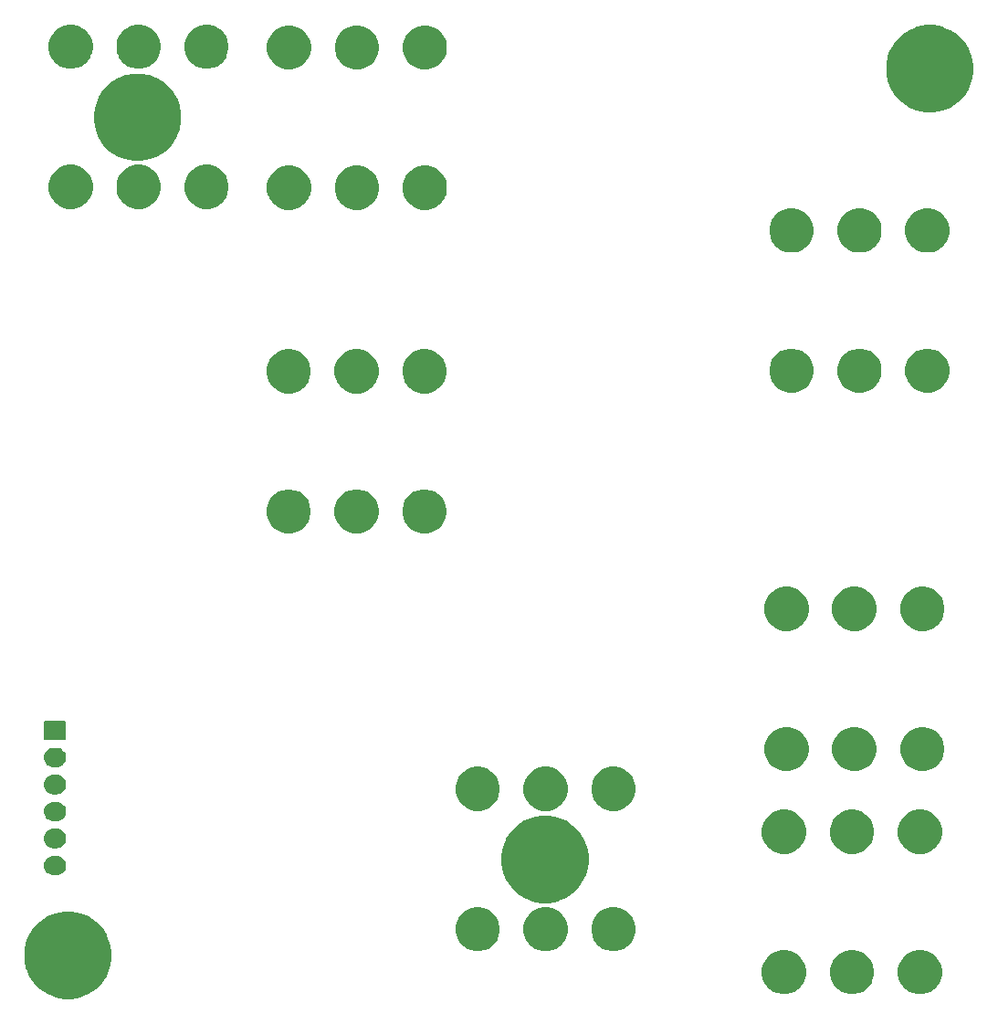
<source format=gbr>
%TF.GenerationSoftware,KiCad,Pcbnew,5.1.4*%
%TF.CreationDate,2019-11-11T17:18:17+01:00*%
%TF.ProjectId,shunt-board,7368756e-742d-4626-9f61-72642e6b6963,rev?*%
%TF.SameCoordinates,Original*%
%TF.FileFunction,Soldermask,Bot*%
%TF.FilePolarity,Negative*%
%FSLAX46Y46*%
G04 Gerber Fmt 4.6, Leading zero omitted, Abs format (unit mm)*
G04 Created by KiCad (PCBNEW 5.1.4) date 2019-11-11 17:18:17*
%MOMM*%
%LPD*%
G04 APERTURE LIST*
%ADD10C,0.100000*%
G04 APERTURE END LIST*
D10*
G36*
X169932032Y-124128717D02*
G01*
X170237405Y-124255207D01*
X170669268Y-124434090D01*
X171332762Y-124877423D01*
X171897017Y-125441678D01*
X172340350Y-126105172D01*
X172388778Y-126222089D01*
X172645723Y-126842408D01*
X172801400Y-127625050D01*
X172801400Y-128423030D01*
X172645723Y-129205672D01*
X172519233Y-129511045D01*
X172340350Y-129942908D01*
X171897017Y-130606402D01*
X171332762Y-131170657D01*
X170669268Y-131613990D01*
X170237405Y-131792873D01*
X169932032Y-131919363D01*
X169149390Y-132075040D01*
X168351410Y-132075040D01*
X167568768Y-131919363D01*
X167263395Y-131792873D01*
X166831532Y-131613990D01*
X166168038Y-131170657D01*
X165603783Y-130606402D01*
X165160450Y-129942908D01*
X164981567Y-129511045D01*
X164855077Y-129205672D01*
X164699400Y-128423030D01*
X164699400Y-127625050D01*
X164855077Y-126842408D01*
X165112022Y-126222089D01*
X165160450Y-126105172D01*
X165603783Y-125441678D01*
X166168038Y-124877423D01*
X166831532Y-124434090D01*
X167263395Y-124255207D01*
X167568768Y-124128717D01*
X168351410Y-123973040D01*
X169149390Y-123973040D01*
X169932032Y-124128717D01*
X169932032Y-124128717D01*
G37*
G36*
X248341254Y-127603318D02*
G01*
X248714511Y-127757926D01*
X248714513Y-127757927D01*
X249050436Y-127982384D01*
X249336116Y-128268064D01*
X249494958Y-128505787D01*
X249560574Y-128603989D01*
X249715182Y-128977246D01*
X249794000Y-129373493D01*
X249794000Y-129777507D01*
X249715182Y-130173754D01*
X249628645Y-130382672D01*
X249560573Y-130547013D01*
X249336116Y-130882936D01*
X249050436Y-131168616D01*
X248714513Y-131393073D01*
X248714512Y-131393074D01*
X248714511Y-131393074D01*
X248341254Y-131547682D01*
X247945007Y-131626500D01*
X247540993Y-131626500D01*
X247144746Y-131547682D01*
X246771489Y-131393074D01*
X246771488Y-131393074D01*
X246771487Y-131393073D01*
X246435564Y-131168616D01*
X246149884Y-130882936D01*
X245925427Y-130547013D01*
X245857355Y-130382672D01*
X245770818Y-130173754D01*
X245692000Y-129777507D01*
X245692000Y-129373493D01*
X245770818Y-128977246D01*
X245925426Y-128603989D01*
X245991043Y-128505787D01*
X246149884Y-128268064D01*
X246435564Y-127982384D01*
X246771487Y-127757927D01*
X246771489Y-127757926D01*
X247144746Y-127603318D01*
X247540993Y-127524500D01*
X247945007Y-127524500D01*
X248341254Y-127603318D01*
X248341254Y-127603318D01*
G37*
G36*
X242041254Y-127603318D02*
G01*
X242414511Y-127757926D01*
X242414513Y-127757927D01*
X242750436Y-127982384D01*
X243036116Y-128268064D01*
X243194958Y-128505787D01*
X243260574Y-128603989D01*
X243415182Y-128977246D01*
X243494000Y-129373493D01*
X243494000Y-129777507D01*
X243415182Y-130173754D01*
X243328645Y-130382672D01*
X243260573Y-130547013D01*
X243036116Y-130882936D01*
X242750436Y-131168616D01*
X242414513Y-131393073D01*
X242414512Y-131393074D01*
X242414511Y-131393074D01*
X242041254Y-131547682D01*
X241645007Y-131626500D01*
X241240993Y-131626500D01*
X240844746Y-131547682D01*
X240471489Y-131393074D01*
X240471488Y-131393074D01*
X240471487Y-131393073D01*
X240135564Y-131168616D01*
X239849884Y-130882936D01*
X239625427Y-130547013D01*
X239557355Y-130382672D01*
X239470818Y-130173754D01*
X239392000Y-129777507D01*
X239392000Y-129373493D01*
X239470818Y-128977246D01*
X239625426Y-128603989D01*
X239691043Y-128505787D01*
X239849884Y-128268064D01*
X240135564Y-127982384D01*
X240471487Y-127757927D01*
X240471489Y-127757926D01*
X240844746Y-127603318D01*
X241240993Y-127524500D01*
X241645007Y-127524500D01*
X242041254Y-127603318D01*
X242041254Y-127603318D01*
G37*
G36*
X235741254Y-127603318D02*
G01*
X236114511Y-127757926D01*
X236114513Y-127757927D01*
X236450436Y-127982384D01*
X236736116Y-128268064D01*
X236894958Y-128505787D01*
X236960574Y-128603989D01*
X237115182Y-128977246D01*
X237194000Y-129373493D01*
X237194000Y-129777507D01*
X237115182Y-130173754D01*
X237028645Y-130382672D01*
X236960573Y-130547013D01*
X236736116Y-130882936D01*
X236450436Y-131168616D01*
X236114513Y-131393073D01*
X236114512Y-131393074D01*
X236114511Y-131393074D01*
X235741254Y-131547682D01*
X235345007Y-131626500D01*
X234940993Y-131626500D01*
X234544746Y-131547682D01*
X234171489Y-131393074D01*
X234171488Y-131393074D01*
X234171487Y-131393073D01*
X233835564Y-131168616D01*
X233549884Y-130882936D01*
X233325427Y-130547013D01*
X233257355Y-130382672D01*
X233170818Y-130173754D01*
X233092000Y-129777507D01*
X233092000Y-129373493D01*
X233170818Y-128977246D01*
X233325426Y-128603989D01*
X233391043Y-128505787D01*
X233549884Y-128268064D01*
X233835564Y-127982384D01*
X234171487Y-127757927D01*
X234171489Y-127757926D01*
X234544746Y-127603318D01*
X234940993Y-127524500D01*
X235345007Y-127524500D01*
X235741254Y-127603318D01*
X235741254Y-127603318D01*
G37*
G36*
X207328054Y-123626018D02*
G01*
X207701311Y-123780626D01*
X207701313Y-123780627D01*
X208037236Y-124005084D01*
X208322916Y-124290764D01*
X208516218Y-124580060D01*
X208547374Y-124626689D01*
X208701982Y-124999946D01*
X208780800Y-125396193D01*
X208780800Y-125800207D01*
X208701982Y-126196454D01*
X208547374Y-126569711D01*
X208547373Y-126569713D01*
X208322916Y-126905636D01*
X208037236Y-127191316D01*
X207701313Y-127415773D01*
X207701312Y-127415774D01*
X207701311Y-127415774D01*
X207328054Y-127570382D01*
X206931807Y-127649200D01*
X206527793Y-127649200D01*
X206131546Y-127570382D01*
X205758289Y-127415774D01*
X205758288Y-127415774D01*
X205758287Y-127415773D01*
X205422364Y-127191316D01*
X205136684Y-126905636D01*
X204912227Y-126569713D01*
X204912226Y-126569711D01*
X204757618Y-126196454D01*
X204678800Y-125800207D01*
X204678800Y-125396193D01*
X204757618Y-124999946D01*
X204912226Y-124626689D01*
X204943383Y-124580060D01*
X205136684Y-124290764D01*
X205422364Y-124005084D01*
X205758287Y-123780627D01*
X205758289Y-123780626D01*
X206131546Y-123626018D01*
X206527793Y-123547200D01*
X206931807Y-123547200D01*
X207328054Y-123626018D01*
X207328054Y-123626018D01*
G37*
G36*
X213628054Y-123626018D02*
G01*
X214001311Y-123780626D01*
X214001313Y-123780627D01*
X214337236Y-124005084D01*
X214622916Y-124290764D01*
X214816218Y-124580060D01*
X214847374Y-124626689D01*
X215001982Y-124999946D01*
X215080800Y-125396193D01*
X215080800Y-125800207D01*
X215001982Y-126196454D01*
X214847374Y-126569711D01*
X214847373Y-126569713D01*
X214622916Y-126905636D01*
X214337236Y-127191316D01*
X214001313Y-127415773D01*
X214001312Y-127415774D01*
X214001311Y-127415774D01*
X213628054Y-127570382D01*
X213231807Y-127649200D01*
X212827793Y-127649200D01*
X212431546Y-127570382D01*
X212058289Y-127415774D01*
X212058288Y-127415774D01*
X212058287Y-127415773D01*
X211722364Y-127191316D01*
X211436684Y-126905636D01*
X211212227Y-126569713D01*
X211212226Y-126569711D01*
X211057618Y-126196454D01*
X210978800Y-125800207D01*
X210978800Y-125396193D01*
X211057618Y-124999946D01*
X211212226Y-124626689D01*
X211243383Y-124580060D01*
X211436684Y-124290764D01*
X211722364Y-124005084D01*
X212058287Y-123780627D01*
X212058289Y-123780626D01*
X212431546Y-123626018D01*
X212827793Y-123547200D01*
X213231807Y-123547200D01*
X213628054Y-123626018D01*
X213628054Y-123626018D01*
G37*
G36*
X219928054Y-123626018D02*
G01*
X220301311Y-123780626D01*
X220301313Y-123780627D01*
X220637236Y-124005084D01*
X220922916Y-124290764D01*
X221116218Y-124580060D01*
X221147374Y-124626689D01*
X221301982Y-124999946D01*
X221380800Y-125396193D01*
X221380800Y-125800207D01*
X221301982Y-126196454D01*
X221147374Y-126569711D01*
X221147373Y-126569713D01*
X220922916Y-126905636D01*
X220637236Y-127191316D01*
X220301313Y-127415773D01*
X220301312Y-127415774D01*
X220301311Y-127415774D01*
X219928054Y-127570382D01*
X219531807Y-127649200D01*
X219127793Y-127649200D01*
X218731546Y-127570382D01*
X218358289Y-127415774D01*
X218358288Y-127415774D01*
X218358287Y-127415773D01*
X218022364Y-127191316D01*
X217736684Y-126905636D01*
X217512227Y-126569713D01*
X217512226Y-126569711D01*
X217357618Y-126196454D01*
X217278800Y-125800207D01*
X217278800Y-125396193D01*
X217357618Y-124999946D01*
X217512226Y-124626689D01*
X217543383Y-124580060D01*
X217736684Y-124290764D01*
X218022364Y-124005084D01*
X218358287Y-123780627D01*
X218358289Y-123780626D01*
X218731546Y-123626018D01*
X219127793Y-123547200D01*
X219531807Y-123547200D01*
X219928054Y-123626018D01*
X219928054Y-123626018D01*
G37*
G36*
X214160632Y-115230677D02*
G01*
X214408301Y-115333265D01*
X214897868Y-115536050D01*
X215561362Y-115979383D01*
X216125617Y-116543638D01*
X216568950Y-117207132D01*
X216646283Y-117393832D01*
X216874323Y-117944368D01*
X217030000Y-118727010D01*
X217030000Y-119524990D01*
X216874323Y-120307632D01*
X216761072Y-120581043D01*
X216568950Y-121044868D01*
X216125617Y-121708362D01*
X215561362Y-122272617D01*
X214897868Y-122715950D01*
X214466005Y-122894833D01*
X214160632Y-123021323D01*
X213377990Y-123177000D01*
X212580010Y-123177000D01*
X211797368Y-123021323D01*
X211491995Y-122894833D01*
X211060132Y-122715950D01*
X210396638Y-122272617D01*
X209832383Y-121708362D01*
X209389050Y-121044868D01*
X209196928Y-120581043D01*
X209083677Y-120307632D01*
X208928000Y-119524990D01*
X208928000Y-118727010D01*
X209083677Y-117944368D01*
X209311717Y-117393832D01*
X209389050Y-117207132D01*
X209832383Y-116543638D01*
X210396638Y-115979383D01*
X211060132Y-115536050D01*
X211549699Y-115333265D01*
X211797368Y-115230677D01*
X212580010Y-115075000D01*
X213377990Y-115075000D01*
X214160632Y-115230677D01*
X214160632Y-115230677D01*
G37*
G36*
X167773843Y-118798599D02*
G01*
X167840027Y-118805117D01*
X168009866Y-118856637D01*
X168166391Y-118940302D01*
X168202129Y-118969632D01*
X168303586Y-119052894D01*
X168386848Y-119154351D01*
X168416178Y-119190089D01*
X168499843Y-119346614D01*
X168551363Y-119516453D01*
X168568759Y-119693080D01*
X168551363Y-119869707D01*
X168499843Y-120039546D01*
X168416178Y-120196071D01*
X168386848Y-120231809D01*
X168303586Y-120333266D01*
X168202129Y-120416528D01*
X168166391Y-120445858D01*
X168009866Y-120529523D01*
X167840027Y-120581043D01*
X167773843Y-120587561D01*
X167707660Y-120594080D01*
X167369140Y-120594080D01*
X167302957Y-120587561D01*
X167236773Y-120581043D01*
X167066934Y-120529523D01*
X166910409Y-120445858D01*
X166874671Y-120416528D01*
X166773214Y-120333266D01*
X166689952Y-120231809D01*
X166660622Y-120196071D01*
X166576957Y-120039546D01*
X166525437Y-119869707D01*
X166508041Y-119693080D01*
X166525437Y-119516453D01*
X166576957Y-119346614D01*
X166660622Y-119190089D01*
X166689952Y-119154351D01*
X166773214Y-119052894D01*
X166874671Y-118969632D01*
X166910409Y-118940302D01*
X167066934Y-118856637D01*
X167236773Y-118805117D01*
X167302957Y-118798599D01*
X167369140Y-118792080D01*
X167707660Y-118792080D01*
X167773843Y-118798599D01*
X167773843Y-118798599D01*
G37*
G36*
X248341254Y-114603318D02*
G01*
X248714511Y-114757926D01*
X248714513Y-114757927D01*
X249050436Y-114982384D01*
X249336116Y-115268064D01*
X249510818Y-115529523D01*
X249560574Y-115603989D01*
X249715182Y-115977246D01*
X249794000Y-116373493D01*
X249794000Y-116777507D01*
X249715182Y-117173754D01*
X249577694Y-117505680D01*
X249560573Y-117547013D01*
X249336116Y-117882936D01*
X249050436Y-118168616D01*
X248714513Y-118393073D01*
X248714512Y-118393074D01*
X248714511Y-118393074D01*
X248341254Y-118547682D01*
X247945007Y-118626500D01*
X247540993Y-118626500D01*
X247144746Y-118547682D01*
X246771489Y-118393074D01*
X246771488Y-118393074D01*
X246771487Y-118393073D01*
X246435564Y-118168616D01*
X246149884Y-117882936D01*
X245925427Y-117547013D01*
X245908306Y-117505680D01*
X245770818Y-117173754D01*
X245692000Y-116777507D01*
X245692000Y-116373493D01*
X245770818Y-115977246D01*
X245925426Y-115603989D01*
X245975183Y-115529523D01*
X246149884Y-115268064D01*
X246435564Y-114982384D01*
X246771487Y-114757927D01*
X246771489Y-114757926D01*
X247144746Y-114603318D01*
X247540993Y-114524500D01*
X247945007Y-114524500D01*
X248341254Y-114603318D01*
X248341254Y-114603318D01*
G37*
G36*
X242041254Y-114603318D02*
G01*
X242414511Y-114757926D01*
X242414513Y-114757927D01*
X242750436Y-114982384D01*
X243036116Y-115268064D01*
X243210818Y-115529523D01*
X243260574Y-115603989D01*
X243415182Y-115977246D01*
X243494000Y-116373493D01*
X243494000Y-116777507D01*
X243415182Y-117173754D01*
X243277694Y-117505680D01*
X243260573Y-117547013D01*
X243036116Y-117882936D01*
X242750436Y-118168616D01*
X242414513Y-118393073D01*
X242414512Y-118393074D01*
X242414511Y-118393074D01*
X242041254Y-118547682D01*
X241645007Y-118626500D01*
X241240993Y-118626500D01*
X240844746Y-118547682D01*
X240471489Y-118393074D01*
X240471488Y-118393074D01*
X240471487Y-118393073D01*
X240135564Y-118168616D01*
X239849884Y-117882936D01*
X239625427Y-117547013D01*
X239608306Y-117505680D01*
X239470818Y-117173754D01*
X239392000Y-116777507D01*
X239392000Y-116373493D01*
X239470818Y-115977246D01*
X239625426Y-115603989D01*
X239675183Y-115529523D01*
X239849884Y-115268064D01*
X240135564Y-114982384D01*
X240471487Y-114757927D01*
X240471489Y-114757926D01*
X240844746Y-114603318D01*
X241240993Y-114524500D01*
X241645007Y-114524500D01*
X242041254Y-114603318D01*
X242041254Y-114603318D01*
G37*
G36*
X235741254Y-114603318D02*
G01*
X236114511Y-114757926D01*
X236114513Y-114757927D01*
X236450436Y-114982384D01*
X236736116Y-115268064D01*
X236910818Y-115529523D01*
X236960574Y-115603989D01*
X237115182Y-115977246D01*
X237194000Y-116373493D01*
X237194000Y-116777507D01*
X237115182Y-117173754D01*
X236977694Y-117505680D01*
X236960573Y-117547013D01*
X236736116Y-117882936D01*
X236450436Y-118168616D01*
X236114513Y-118393073D01*
X236114512Y-118393074D01*
X236114511Y-118393074D01*
X235741254Y-118547682D01*
X235345007Y-118626500D01*
X234940993Y-118626500D01*
X234544746Y-118547682D01*
X234171489Y-118393074D01*
X234171488Y-118393074D01*
X234171487Y-118393073D01*
X233835564Y-118168616D01*
X233549884Y-117882936D01*
X233325427Y-117547013D01*
X233308306Y-117505680D01*
X233170818Y-117173754D01*
X233092000Y-116777507D01*
X233092000Y-116373493D01*
X233170818Y-115977246D01*
X233325426Y-115603989D01*
X233375183Y-115529523D01*
X233549884Y-115268064D01*
X233835564Y-114982384D01*
X234171487Y-114757927D01*
X234171489Y-114757926D01*
X234544746Y-114603318D01*
X234940993Y-114524500D01*
X235345007Y-114524500D01*
X235741254Y-114603318D01*
X235741254Y-114603318D01*
G37*
G36*
X167773842Y-116298598D02*
G01*
X167840027Y-116305117D01*
X168009866Y-116356637D01*
X168166391Y-116440302D01*
X168202129Y-116469632D01*
X168303586Y-116552894D01*
X168364402Y-116627000D01*
X168416178Y-116690089D01*
X168499843Y-116846614D01*
X168551363Y-117016453D01*
X168568759Y-117193080D01*
X168551363Y-117369707D01*
X168499843Y-117539546D01*
X168416178Y-117696071D01*
X168386848Y-117731809D01*
X168303586Y-117833266D01*
X168202129Y-117916528D01*
X168166391Y-117945858D01*
X168009866Y-118029523D01*
X167840027Y-118081043D01*
X167773843Y-118087561D01*
X167707660Y-118094080D01*
X167369140Y-118094080D01*
X167302957Y-118087561D01*
X167236773Y-118081043D01*
X167066934Y-118029523D01*
X166910409Y-117945858D01*
X166874671Y-117916528D01*
X166773214Y-117833266D01*
X166689952Y-117731809D01*
X166660622Y-117696071D01*
X166576957Y-117539546D01*
X166525437Y-117369707D01*
X166508041Y-117193080D01*
X166525437Y-117016453D01*
X166576957Y-116846614D01*
X166660622Y-116690089D01*
X166712398Y-116627000D01*
X166773214Y-116552894D01*
X166874671Y-116469632D01*
X166910409Y-116440302D01*
X167066934Y-116356637D01*
X167236773Y-116305117D01*
X167302958Y-116298598D01*
X167369140Y-116292080D01*
X167707660Y-116292080D01*
X167773842Y-116298598D01*
X167773842Y-116298598D01*
G37*
G36*
X167773843Y-113798599D02*
G01*
X167840027Y-113805117D01*
X168009866Y-113856637D01*
X168166391Y-113940302D01*
X168202129Y-113969632D01*
X168303586Y-114052894D01*
X168386848Y-114154351D01*
X168416178Y-114190089D01*
X168499843Y-114346614D01*
X168551363Y-114516453D01*
X168568759Y-114693080D01*
X168551363Y-114869707D01*
X168499843Y-115039546D01*
X168416178Y-115196071D01*
X168387777Y-115230677D01*
X168303586Y-115333266D01*
X168202129Y-115416528D01*
X168166391Y-115445858D01*
X168009866Y-115529523D01*
X167840027Y-115581043D01*
X167773842Y-115587562D01*
X167707660Y-115594080D01*
X167369140Y-115594080D01*
X167302958Y-115587562D01*
X167236773Y-115581043D01*
X167066934Y-115529523D01*
X166910409Y-115445858D01*
X166874671Y-115416528D01*
X166773214Y-115333266D01*
X166689023Y-115230677D01*
X166660622Y-115196071D01*
X166576957Y-115039546D01*
X166525437Y-114869707D01*
X166508041Y-114693080D01*
X166525437Y-114516453D01*
X166576957Y-114346614D01*
X166660622Y-114190089D01*
X166689952Y-114154351D01*
X166773214Y-114052894D01*
X166874671Y-113969632D01*
X166910409Y-113940302D01*
X167066934Y-113856637D01*
X167236773Y-113805117D01*
X167302957Y-113798599D01*
X167369140Y-113792080D01*
X167707660Y-113792080D01*
X167773843Y-113798599D01*
X167773843Y-113798599D01*
G37*
G36*
X207328054Y-110626018D02*
G01*
X207555125Y-110720074D01*
X207701313Y-110780627D01*
X208037236Y-111005084D01*
X208322916Y-111290764D01*
X208498067Y-111552895D01*
X208547374Y-111626689D01*
X208701982Y-111999946D01*
X208780800Y-112396193D01*
X208780800Y-112800207D01*
X208701982Y-113196454D01*
X208547374Y-113569711D01*
X208547373Y-113569713D01*
X208322916Y-113905636D01*
X208037236Y-114191316D01*
X207701313Y-114415773D01*
X207701312Y-114415774D01*
X207701311Y-114415774D01*
X207328054Y-114570382D01*
X206931807Y-114649200D01*
X206527793Y-114649200D01*
X206131546Y-114570382D01*
X205758289Y-114415774D01*
X205758288Y-114415774D01*
X205758287Y-114415773D01*
X205422364Y-114191316D01*
X205136684Y-113905636D01*
X204912227Y-113569713D01*
X204912226Y-113569711D01*
X204757618Y-113196454D01*
X204678800Y-112800207D01*
X204678800Y-112396193D01*
X204757618Y-111999946D01*
X204912226Y-111626689D01*
X204961534Y-111552895D01*
X205136684Y-111290764D01*
X205422364Y-111005084D01*
X205758287Y-110780627D01*
X205904475Y-110720074D01*
X206131546Y-110626018D01*
X206527793Y-110547200D01*
X206931807Y-110547200D01*
X207328054Y-110626018D01*
X207328054Y-110626018D01*
G37*
G36*
X219928054Y-110626018D02*
G01*
X220155125Y-110720074D01*
X220301313Y-110780627D01*
X220637236Y-111005084D01*
X220922916Y-111290764D01*
X221098067Y-111552895D01*
X221147374Y-111626689D01*
X221301982Y-111999946D01*
X221380800Y-112396193D01*
X221380800Y-112800207D01*
X221301982Y-113196454D01*
X221147374Y-113569711D01*
X221147373Y-113569713D01*
X220922916Y-113905636D01*
X220637236Y-114191316D01*
X220301313Y-114415773D01*
X220301312Y-114415774D01*
X220301311Y-114415774D01*
X219928054Y-114570382D01*
X219531807Y-114649200D01*
X219127793Y-114649200D01*
X218731546Y-114570382D01*
X218358289Y-114415774D01*
X218358288Y-114415774D01*
X218358287Y-114415773D01*
X218022364Y-114191316D01*
X217736684Y-113905636D01*
X217512227Y-113569713D01*
X217512226Y-113569711D01*
X217357618Y-113196454D01*
X217278800Y-112800207D01*
X217278800Y-112396193D01*
X217357618Y-111999946D01*
X217512226Y-111626689D01*
X217561534Y-111552895D01*
X217736684Y-111290764D01*
X218022364Y-111005084D01*
X218358287Y-110780627D01*
X218504475Y-110720074D01*
X218731546Y-110626018D01*
X219127793Y-110547200D01*
X219531807Y-110547200D01*
X219928054Y-110626018D01*
X219928054Y-110626018D01*
G37*
G36*
X213628054Y-110626018D02*
G01*
X213855125Y-110720074D01*
X214001313Y-110780627D01*
X214337236Y-111005084D01*
X214622916Y-111290764D01*
X214798067Y-111552895D01*
X214847374Y-111626689D01*
X215001982Y-111999946D01*
X215080800Y-112396193D01*
X215080800Y-112800207D01*
X215001982Y-113196454D01*
X214847374Y-113569711D01*
X214847373Y-113569713D01*
X214622916Y-113905636D01*
X214337236Y-114191316D01*
X214001313Y-114415773D01*
X214001312Y-114415774D01*
X214001311Y-114415774D01*
X213628054Y-114570382D01*
X213231807Y-114649200D01*
X212827793Y-114649200D01*
X212431546Y-114570382D01*
X212058289Y-114415774D01*
X212058288Y-114415774D01*
X212058287Y-114415773D01*
X211722364Y-114191316D01*
X211436684Y-113905636D01*
X211212227Y-113569713D01*
X211212226Y-113569711D01*
X211057618Y-113196454D01*
X210978800Y-112800207D01*
X210978800Y-112396193D01*
X211057618Y-111999946D01*
X211212226Y-111626689D01*
X211261534Y-111552895D01*
X211436684Y-111290764D01*
X211722364Y-111005084D01*
X212058287Y-110780627D01*
X212204475Y-110720074D01*
X212431546Y-110626018D01*
X212827793Y-110547200D01*
X213231807Y-110547200D01*
X213628054Y-110626018D01*
X213628054Y-110626018D01*
G37*
G36*
X167773843Y-111298599D02*
G01*
X167840027Y-111305117D01*
X168009866Y-111356637D01*
X168166391Y-111440302D01*
X168202129Y-111469632D01*
X168303586Y-111552894D01*
X168364145Y-111626687D01*
X168416178Y-111690089D01*
X168499843Y-111846614D01*
X168551363Y-112016453D01*
X168568759Y-112193080D01*
X168551363Y-112369707D01*
X168499843Y-112539546D01*
X168416178Y-112696071D01*
X168386848Y-112731809D01*
X168303586Y-112833266D01*
X168202129Y-112916528D01*
X168166391Y-112945858D01*
X168009866Y-113029523D01*
X167840027Y-113081043D01*
X167773843Y-113087561D01*
X167707660Y-113094080D01*
X167369140Y-113094080D01*
X167302957Y-113087561D01*
X167236773Y-113081043D01*
X167066934Y-113029523D01*
X166910409Y-112945858D01*
X166874671Y-112916528D01*
X166773214Y-112833266D01*
X166689952Y-112731809D01*
X166660622Y-112696071D01*
X166576957Y-112539546D01*
X166525437Y-112369707D01*
X166508041Y-112193080D01*
X166525437Y-112016453D01*
X166576957Y-111846614D01*
X166660622Y-111690089D01*
X166712655Y-111626687D01*
X166773214Y-111552894D01*
X166874671Y-111469632D01*
X166910409Y-111440302D01*
X167066934Y-111356637D01*
X167236773Y-111305117D01*
X167302957Y-111298599D01*
X167369140Y-111292080D01*
X167707660Y-111292080D01*
X167773843Y-111298599D01*
X167773843Y-111298599D01*
G37*
G36*
X248565754Y-106930318D02*
G01*
X248939011Y-107084926D01*
X248939013Y-107084927D01*
X249274936Y-107309384D01*
X249560616Y-107595064D01*
X249784742Y-107930491D01*
X249785074Y-107930989D01*
X249939682Y-108304246D01*
X250018500Y-108700493D01*
X250018500Y-109104507D01*
X249939682Y-109500754D01*
X249786857Y-109869707D01*
X249785073Y-109874013D01*
X249560616Y-110209936D01*
X249274936Y-110495616D01*
X248939013Y-110720073D01*
X248939012Y-110720074D01*
X248939011Y-110720074D01*
X248565754Y-110874682D01*
X248169507Y-110953500D01*
X247765493Y-110953500D01*
X247369246Y-110874682D01*
X246995989Y-110720074D01*
X246995988Y-110720074D01*
X246995987Y-110720073D01*
X246660064Y-110495616D01*
X246374384Y-110209936D01*
X246149927Y-109874013D01*
X246148143Y-109869707D01*
X245995318Y-109500754D01*
X245916500Y-109104507D01*
X245916500Y-108700493D01*
X245995318Y-108304246D01*
X246149926Y-107930989D01*
X246150259Y-107930491D01*
X246374384Y-107595064D01*
X246660064Y-107309384D01*
X246995987Y-107084927D01*
X246995989Y-107084926D01*
X247369246Y-106930318D01*
X247765493Y-106851500D01*
X248169507Y-106851500D01*
X248565754Y-106930318D01*
X248565754Y-106930318D01*
G37*
G36*
X242265754Y-106930318D02*
G01*
X242639011Y-107084926D01*
X242639013Y-107084927D01*
X242974936Y-107309384D01*
X243260616Y-107595064D01*
X243484742Y-107930491D01*
X243485074Y-107930989D01*
X243639682Y-108304246D01*
X243718500Y-108700493D01*
X243718500Y-109104507D01*
X243639682Y-109500754D01*
X243486857Y-109869707D01*
X243485073Y-109874013D01*
X243260616Y-110209936D01*
X242974936Y-110495616D01*
X242639013Y-110720073D01*
X242639012Y-110720074D01*
X242639011Y-110720074D01*
X242265754Y-110874682D01*
X241869507Y-110953500D01*
X241465493Y-110953500D01*
X241069246Y-110874682D01*
X240695989Y-110720074D01*
X240695988Y-110720074D01*
X240695987Y-110720073D01*
X240360064Y-110495616D01*
X240074384Y-110209936D01*
X239849927Y-109874013D01*
X239848143Y-109869707D01*
X239695318Y-109500754D01*
X239616500Y-109104507D01*
X239616500Y-108700493D01*
X239695318Y-108304246D01*
X239849926Y-107930989D01*
X239850259Y-107930491D01*
X240074384Y-107595064D01*
X240360064Y-107309384D01*
X240695987Y-107084927D01*
X240695989Y-107084926D01*
X241069246Y-106930318D01*
X241465493Y-106851500D01*
X241869507Y-106851500D01*
X242265754Y-106930318D01*
X242265754Y-106930318D01*
G37*
G36*
X235965754Y-106930318D02*
G01*
X236339011Y-107084926D01*
X236339013Y-107084927D01*
X236674936Y-107309384D01*
X236960616Y-107595064D01*
X237184742Y-107930491D01*
X237185074Y-107930989D01*
X237339682Y-108304246D01*
X237418500Y-108700493D01*
X237418500Y-109104507D01*
X237339682Y-109500754D01*
X237186857Y-109869707D01*
X237185073Y-109874013D01*
X236960616Y-110209936D01*
X236674936Y-110495616D01*
X236339013Y-110720073D01*
X236339012Y-110720074D01*
X236339011Y-110720074D01*
X235965754Y-110874682D01*
X235569507Y-110953500D01*
X235165493Y-110953500D01*
X234769246Y-110874682D01*
X234395989Y-110720074D01*
X234395988Y-110720074D01*
X234395987Y-110720073D01*
X234060064Y-110495616D01*
X233774384Y-110209936D01*
X233549927Y-109874013D01*
X233548143Y-109869707D01*
X233395318Y-109500754D01*
X233316500Y-109104507D01*
X233316500Y-108700493D01*
X233395318Y-108304246D01*
X233549926Y-107930989D01*
X233550259Y-107930491D01*
X233774384Y-107595064D01*
X234060064Y-107309384D01*
X234395987Y-107084927D01*
X234395989Y-107084926D01*
X234769246Y-106930318D01*
X235165493Y-106851500D01*
X235569507Y-106851500D01*
X235965754Y-106930318D01*
X235965754Y-106930318D01*
G37*
G36*
X167773842Y-108798598D02*
G01*
X167840027Y-108805117D01*
X168009866Y-108856637D01*
X168166391Y-108940302D01*
X168202129Y-108969632D01*
X168303586Y-109052894D01*
X168386848Y-109154351D01*
X168416178Y-109190089D01*
X168499843Y-109346614D01*
X168551363Y-109516453D01*
X168568759Y-109693080D01*
X168551363Y-109869707D01*
X168499843Y-110039546D01*
X168416178Y-110196071D01*
X168404799Y-110209936D01*
X168303586Y-110333266D01*
X168202129Y-110416528D01*
X168166391Y-110445858D01*
X168009866Y-110529523D01*
X167840027Y-110581043D01*
X167773843Y-110587561D01*
X167707660Y-110594080D01*
X167369140Y-110594080D01*
X167302957Y-110587561D01*
X167236773Y-110581043D01*
X167066934Y-110529523D01*
X166910409Y-110445858D01*
X166874671Y-110416528D01*
X166773214Y-110333266D01*
X166672001Y-110209936D01*
X166660622Y-110196071D01*
X166576957Y-110039546D01*
X166525437Y-109869707D01*
X166508041Y-109693080D01*
X166525437Y-109516453D01*
X166576957Y-109346614D01*
X166660622Y-109190089D01*
X166689952Y-109154351D01*
X166773214Y-109052894D01*
X166874671Y-108969632D01*
X166910409Y-108940302D01*
X167066934Y-108856637D01*
X167236773Y-108805117D01*
X167302958Y-108798598D01*
X167369140Y-108792080D01*
X167707660Y-108792080D01*
X167773842Y-108798598D01*
X167773842Y-108798598D01*
G37*
G36*
X168422000Y-106296069D02*
G01*
X168455052Y-106306095D01*
X168485503Y-106322372D01*
X168512199Y-106344281D01*
X168534108Y-106370977D01*
X168550385Y-106401428D01*
X168560411Y-106434480D01*
X168564400Y-106474983D01*
X168564400Y-107911177D01*
X168560411Y-107951680D01*
X168550385Y-107984732D01*
X168534108Y-108015183D01*
X168512199Y-108041879D01*
X168485503Y-108063788D01*
X168455052Y-108080065D01*
X168422000Y-108090091D01*
X168381497Y-108094080D01*
X166695303Y-108094080D01*
X166654800Y-108090091D01*
X166621748Y-108080065D01*
X166591297Y-108063788D01*
X166564601Y-108041879D01*
X166542692Y-108015183D01*
X166526415Y-107984732D01*
X166516389Y-107951680D01*
X166512400Y-107911177D01*
X166512400Y-106474983D01*
X166516389Y-106434480D01*
X166526415Y-106401428D01*
X166542692Y-106370977D01*
X166564601Y-106344281D01*
X166591297Y-106322372D01*
X166621748Y-106306095D01*
X166654800Y-106296069D01*
X166695303Y-106292080D01*
X168381497Y-106292080D01*
X168422000Y-106296069D01*
X168422000Y-106296069D01*
G37*
G36*
X248565754Y-93930318D02*
G01*
X248939011Y-94084926D01*
X248939013Y-94084927D01*
X249274936Y-94309384D01*
X249560616Y-94595064D01*
X249785074Y-94930989D01*
X249939682Y-95304246D01*
X250018500Y-95700493D01*
X250018500Y-96104507D01*
X249939682Y-96500754D01*
X249785074Y-96874011D01*
X249785073Y-96874013D01*
X249560616Y-97209936D01*
X249274936Y-97495616D01*
X248939013Y-97720073D01*
X248939012Y-97720074D01*
X248939011Y-97720074D01*
X248565754Y-97874682D01*
X248169507Y-97953500D01*
X247765493Y-97953500D01*
X247369246Y-97874682D01*
X246995989Y-97720074D01*
X246995988Y-97720074D01*
X246995987Y-97720073D01*
X246660064Y-97495616D01*
X246374384Y-97209936D01*
X246149927Y-96874013D01*
X246149926Y-96874011D01*
X245995318Y-96500754D01*
X245916500Y-96104507D01*
X245916500Y-95700493D01*
X245995318Y-95304246D01*
X246149926Y-94930989D01*
X246374384Y-94595064D01*
X246660064Y-94309384D01*
X246995987Y-94084927D01*
X246995989Y-94084926D01*
X247369246Y-93930318D01*
X247765493Y-93851500D01*
X248169507Y-93851500D01*
X248565754Y-93930318D01*
X248565754Y-93930318D01*
G37*
G36*
X242265754Y-93930318D02*
G01*
X242639011Y-94084926D01*
X242639013Y-94084927D01*
X242974936Y-94309384D01*
X243260616Y-94595064D01*
X243485074Y-94930989D01*
X243639682Y-95304246D01*
X243718500Y-95700493D01*
X243718500Y-96104507D01*
X243639682Y-96500754D01*
X243485074Y-96874011D01*
X243485073Y-96874013D01*
X243260616Y-97209936D01*
X242974936Y-97495616D01*
X242639013Y-97720073D01*
X242639012Y-97720074D01*
X242639011Y-97720074D01*
X242265754Y-97874682D01*
X241869507Y-97953500D01*
X241465493Y-97953500D01*
X241069246Y-97874682D01*
X240695989Y-97720074D01*
X240695988Y-97720074D01*
X240695987Y-97720073D01*
X240360064Y-97495616D01*
X240074384Y-97209936D01*
X239849927Y-96874013D01*
X239849926Y-96874011D01*
X239695318Y-96500754D01*
X239616500Y-96104507D01*
X239616500Y-95700493D01*
X239695318Y-95304246D01*
X239849926Y-94930989D01*
X240074384Y-94595064D01*
X240360064Y-94309384D01*
X240695987Y-94084927D01*
X240695989Y-94084926D01*
X241069246Y-93930318D01*
X241465493Y-93851500D01*
X241869507Y-93851500D01*
X242265754Y-93930318D01*
X242265754Y-93930318D01*
G37*
G36*
X235965754Y-93930318D02*
G01*
X236339011Y-94084926D01*
X236339013Y-94084927D01*
X236674936Y-94309384D01*
X236960616Y-94595064D01*
X237185074Y-94930989D01*
X237339682Y-95304246D01*
X237418500Y-95700493D01*
X237418500Y-96104507D01*
X237339682Y-96500754D01*
X237185074Y-96874011D01*
X237185073Y-96874013D01*
X236960616Y-97209936D01*
X236674936Y-97495616D01*
X236339013Y-97720073D01*
X236339012Y-97720074D01*
X236339011Y-97720074D01*
X235965754Y-97874682D01*
X235569507Y-97953500D01*
X235165493Y-97953500D01*
X234769246Y-97874682D01*
X234395989Y-97720074D01*
X234395988Y-97720074D01*
X234395987Y-97720073D01*
X234060064Y-97495616D01*
X233774384Y-97209936D01*
X233549927Y-96874013D01*
X233549926Y-96874011D01*
X233395318Y-96500754D01*
X233316500Y-96104507D01*
X233316500Y-95700493D01*
X233395318Y-95304246D01*
X233549926Y-94930989D01*
X233774384Y-94595064D01*
X234060064Y-94309384D01*
X234395987Y-94084927D01*
X234395989Y-94084926D01*
X234769246Y-93930318D01*
X235165493Y-93851500D01*
X235569507Y-93851500D01*
X235965754Y-93930318D01*
X235965754Y-93930318D01*
G37*
G36*
X189803934Y-84906778D02*
G01*
X190177191Y-85061386D01*
X190177193Y-85061387D01*
X190513116Y-85285844D01*
X190798796Y-85571524D01*
X191023254Y-85907449D01*
X191177862Y-86280706D01*
X191256680Y-86676953D01*
X191256680Y-87080967D01*
X191177862Y-87477214D01*
X191023254Y-87850471D01*
X191023253Y-87850473D01*
X190798796Y-88186396D01*
X190513116Y-88472076D01*
X190177193Y-88696533D01*
X190177192Y-88696534D01*
X190177191Y-88696534D01*
X189803934Y-88851142D01*
X189407687Y-88929960D01*
X189003673Y-88929960D01*
X188607426Y-88851142D01*
X188234169Y-88696534D01*
X188234168Y-88696534D01*
X188234167Y-88696533D01*
X187898244Y-88472076D01*
X187612564Y-88186396D01*
X187388107Y-87850473D01*
X187388106Y-87850471D01*
X187233498Y-87477214D01*
X187154680Y-87080967D01*
X187154680Y-86676953D01*
X187233498Y-86280706D01*
X187388106Y-85907449D01*
X187612564Y-85571524D01*
X187898244Y-85285844D01*
X188234167Y-85061387D01*
X188234169Y-85061386D01*
X188607426Y-84906778D01*
X189003673Y-84827960D01*
X189407687Y-84827960D01*
X189803934Y-84906778D01*
X189803934Y-84906778D01*
G37*
G36*
X196103934Y-84906778D02*
G01*
X196477191Y-85061386D01*
X196477193Y-85061387D01*
X196813116Y-85285844D01*
X197098796Y-85571524D01*
X197323254Y-85907449D01*
X197477862Y-86280706D01*
X197556680Y-86676953D01*
X197556680Y-87080967D01*
X197477862Y-87477214D01*
X197323254Y-87850471D01*
X197323253Y-87850473D01*
X197098796Y-88186396D01*
X196813116Y-88472076D01*
X196477193Y-88696533D01*
X196477192Y-88696534D01*
X196477191Y-88696534D01*
X196103934Y-88851142D01*
X195707687Y-88929960D01*
X195303673Y-88929960D01*
X194907426Y-88851142D01*
X194534169Y-88696534D01*
X194534168Y-88696534D01*
X194534167Y-88696533D01*
X194198244Y-88472076D01*
X193912564Y-88186396D01*
X193688107Y-87850473D01*
X193688106Y-87850471D01*
X193533498Y-87477214D01*
X193454680Y-87080967D01*
X193454680Y-86676953D01*
X193533498Y-86280706D01*
X193688106Y-85907449D01*
X193912564Y-85571524D01*
X194198244Y-85285844D01*
X194534167Y-85061387D01*
X194534169Y-85061386D01*
X194907426Y-84906778D01*
X195303673Y-84827960D01*
X195707687Y-84827960D01*
X196103934Y-84906778D01*
X196103934Y-84906778D01*
G37*
G36*
X202403934Y-84906778D02*
G01*
X202777191Y-85061386D01*
X202777193Y-85061387D01*
X203113116Y-85285844D01*
X203398796Y-85571524D01*
X203623254Y-85907449D01*
X203777862Y-86280706D01*
X203856680Y-86676953D01*
X203856680Y-87080967D01*
X203777862Y-87477214D01*
X203623254Y-87850471D01*
X203623253Y-87850473D01*
X203398796Y-88186396D01*
X203113116Y-88472076D01*
X202777193Y-88696533D01*
X202777192Y-88696534D01*
X202777191Y-88696534D01*
X202403934Y-88851142D01*
X202007687Y-88929960D01*
X201603673Y-88929960D01*
X201207426Y-88851142D01*
X200834169Y-88696534D01*
X200834168Y-88696534D01*
X200834167Y-88696533D01*
X200498244Y-88472076D01*
X200212564Y-88186396D01*
X199988107Y-87850473D01*
X199988106Y-87850471D01*
X199833498Y-87477214D01*
X199754680Y-87080967D01*
X199754680Y-86676953D01*
X199833498Y-86280706D01*
X199988106Y-85907449D01*
X200212564Y-85571524D01*
X200498244Y-85285844D01*
X200834167Y-85061387D01*
X200834169Y-85061386D01*
X201207426Y-84906778D01*
X201603673Y-84827960D01*
X202007687Y-84827960D01*
X202403934Y-84906778D01*
X202403934Y-84906778D01*
G37*
G36*
X189803934Y-71906778D02*
G01*
X190177191Y-72061386D01*
X190177193Y-72061387D01*
X190513116Y-72285844D01*
X190798796Y-72571524D01*
X190992545Y-72861489D01*
X191023254Y-72907449D01*
X191177862Y-73280706D01*
X191256680Y-73676953D01*
X191256680Y-74080967D01*
X191177862Y-74477214D01*
X191042291Y-74804511D01*
X191023253Y-74850473D01*
X190798796Y-75186396D01*
X190513116Y-75472076D01*
X190177193Y-75696533D01*
X190177192Y-75696534D01*
X190177191Y-75696534D01*
X189803934Y-75851142D01*
X189407687Y-75929960D01*
X189003673Y-75929960D01*
X188607426Y-75851142D01*
X188234169Y-75696534D01*
X188234168Y-75696534D01*
X188234167Y-75696533D01*
X187898244Y-75472076D01*
X187612564Y-75186396D01*
X187388107Y-74850473D01*
X187369069Y-74804511D01*
X187233498Y-74477214D01*
X187154680Y-74080967D01*
X187154680Y-73676953D01*
X187233498Y-73280706D01*
X187388106Y-72907449D01*
X187418816Y-72861489D01*
X187612564Y-72571524D01*
X187898244Y-72285844D01*
X188234167Y-72061387D01*
X188234169Y-72061386D01*
X188607426Y-71906778D01*
X189003673Y-71827960D01*
X189407687Y-71827960D01*
X189803934Y-71906778D01*
X189803934Y-71906778D01*
G37*
G36*
X196103934Y-71906778D02*
G01*
X196477191Y-72061386D01*
X196477193Y-72061387D01*
X196813116Y-72285844D01*
X197098796Y-72571524D01*
X197292545Y-72861489D01*
X197323254Y-72907449D01*
X197477862Y-73280706D01*
X197556680Y-73676953D01*
X197556680Y-74080967D01*
X197477862Y-74477214D01*
X197342291Y-74804511D01*
X197323253Y-74850473D01*
X197098796Y-75186396D01*
X196813116Y-75472076D01*
X196477193Y-75696533D01*
X196477192Y-75696534D01*
X196477191Y-75696534D01*
X196103934Y-75851142D01*
X195707687Y-75929960D01*
X195303673Y-75929960D01*
X194907426Y-75851142D01*
X194534169Y-75696534D01*
X194534168Y-75696534D01*
X194534167Y-75696533D01*
X194198244Y-75472076D01*
X193912564Y-75186396D01*
X193688107Y-74850473D01*
X193669069Y-74804511D01*
X193533498Y-74477214D01*
X193454680Y-74080967D01*
X193454680Y-73676953D01*
X193533498Y-73280706D01*
X193688106Y-72907449D01*
X193718816Y-72861489D01*
X193912564Y-72571524D01*
X194198244Y-72285844D01*
X194534167Y-72061387D01*
X194534169Y-72061386D01*
X194907426Y-71906778D01*
X195303673Y-71827960D01*
X195707687Y-71827960D01*
X196103934Y-71906778D01*
X196103934Y-71906778D01*
G37*
G36*
X202403934Y-71906778D02*
G01*
X202777191Y-72061386D01*
X202777193Y-72061387D01*
X203113116Y-72285844D01*
X203398796Y-72571524D01*
X203592545Y-72861489D01*
X203623254Y-72907449D01*
X203777862Y-73280706D01*
X203856680Y-73676953D01*
X203856680Y-74080967D01*
X203777862Y-74477214D01*
X203642291Y-74804511D01*
X203623253Y-74850473D01*
X203398796Y-75186396D01*
X203113116Y-75472076D01*
X202777193Y-75696533D01*
X202777192Y-75696534D01*
X202777191Y-75696534D01*
X202403934Y-75851142D01*
X202007687Y-75929960D01*
X201603673Y-75929960D01*
X201207426Y-75851142D01*
X200834169Y-75696534D01*
X200834168Y-75696534D01*
X200834167Y-75696533D01*
X200498244Y-75472076D01*
X200212564Y-75186396D01*
X199988107Y-74850473D01*
X199969069Y-74804511D01*
X199833498Y-74477214D01*
X199754680Y-74080967D01*
X199754680Y-73676953D01*
X199833498Y-73280706D01*
X199988106Y-72907449D01*
X200018816Y-72861489D01*
X200212564Y-72571524D01*
X200498244Y-72285844D01*
X200834167Y-72061387D01*
X200834169Y-72061386D01*
X201207426Y-71906778D01*
X201603673Y-71827960D01*
X202007687Y-71827960D01*
X202403934Y-71906778D01*
X202403934Y-71906778D01*
G37*
G36*
X236437254Y-71860818D02*
G01*
X236810511Y-72015426D01*
X236810513Y-72015427D01*
X237146436Y-72239884D01*
X237432116Y-72525564D01*
X237656574Y-72861489D01*
X237811182Y-73234746D01*
X237890000Y-73630993D01*
X237890000Y-74035007D01*
X237811182Y-74431254D01*
X237792144Y-74477215D01*
X237656573Y-74804513D01*
X237432116Y-75140436D01*
X237146436Y-75426116D01*
X236810513Y-75650573D01*
X236810512Y-75650574D01*
X236810511Y-75650574D01*
X236437254Y-75805182D01*
X236041007Y-75884000D01*
X235636993Y-75884000D01*
X235240746Y-75805182D01*
X234867489Y-75650574D01*
X234867488Y-75650574D01*
X234867487Y-75650573D01*
X234531564Y-75426116D01*
X234245884Y-75140436D01*
X234021427Y-74804513D01*
X233885856Y-74477215D01*
X233866818Y-74431254D01*
X233788000Y-74035007D01*
X233788000Y-73630993D01*
X233866818Y-73234746D01*
X234021426Y-72861489D01*
X234245884Y-72525564D01*
X234531564Y-72239884D01*
X234867487Y-72015427D01*
X234867489Y-72015426D01*
X235240746Y-71860818D01*
X235636993Y-71782000D01*
X236041007Y-71782000D01*
X236437254Y-71860818D01*
X236437254Y-71860818D01*
G37*
G36*
X242737254Y-71860818D02*
G01*
X243110511Y-72015426D01*
X243110513Y-72015427D01*
X243446436Y-72239884D01*
X243732116Y-72525564D01*
X243956574Y-72861489D01*
X244111182Y-73234746D01*
X244190000Y-73630993D01*
X244190000Y-74035007D01*
X244111182Y-74431254D01*
X244092144Y-74477215D01*
X243956573Y-74804513D01*
X243732116Y-75140436D01*
X243446436Y-75426116D01*
X243110513Y-75650573D01*
X243110512Y-75650574D01*
X243110511Y-75650574D01*
X242737254Y-75805182D01*
X242341007Y-75884000D01*
X241936993Y-75884000D01*
X241540746Y-75805182D01*
X241167489Y-75650574D01*
X241167488Y-75650574D01*
X241167487Y-75650573D01*
X240831564Y-75426116D01*
X240545884Y-75140436D01*
X240321427Y-74804513D01*
X240185856Y-74477215D01*
X240166818Y-74431254D01*
X240088000Y-74035007D01*
X240088000Y-73630993D01*
X240166818Y-73234746D01*
X240321426Y-72861489D01*
X240545884Y-72525564D01*
X240831564Y-72239884D01*
X241167487Y-72015427D01*
X241167489Y-72015426D01*
X241540746Y-71860818D01*
X241936993Y-71782000D01*
X242341007Y-71782000D01*
X242737254Y-71860818D01*
X242737254Y-71860818D01*
G37*
G36*
X249037254Y-71860818D02*
G01*
X249410511Y-72015426D01*
X249410513Y-72015427D01*
X249746436Y-72239884D01*
X250032116Y-72525564D01*
X250256574Y-72861489D01*
X250411182Y-73234746D01*
X250490000Y-73630993D01*
X250490000Y-74035007D01*
X250411182Y-74431254D01*
X250392144Y-74477215D01*
X250256573Y-74804513D01*
X250032116Y-75140436D01*
X249746436Y-75426116D01*
X249410513Y-75650573D01*
X249410512Y-75650574D01*
X249410511Y-75650574D01*
X249037254Y-75805182D01*
X248641007Y-75884000D01*
X248236993Y-75884000D01*
X247840746Y-75805182D01*
X247467489Y-75650574D01*
X247467488Y-75650574D01*
X247467487Y-75650573D01*
X247131564Y-75426116D01*
X246845884Y-75140436D01*
X246621427Y-74804513D01*
X246485856Y-74477215D01*
X246466818Y-74431254D01*
X246388000Y-74035007D01*
X246388000Y-73630993D01*
X246466818Y-73234746D01*
X246621426Y-72861489D01*
X246845884Y-72525564D01*
X247131564Y-72239884D01*
X247467487Y-72015427D01*
X247467489Y-72015426D01*
X247840746Y-71860818D01*
X248236993Y-71782000D01*
X248641007Y-71782000D01*
X249037254Y-71860818D01*
X249037254Y-71860818D01*
G37*
G36*
X249037254Y-58860818D02*
G01*
X249410511Y-59015426D01*
X249410513Y-59015427D01*
X249746436Y-59239884D01*
X250032116Y-59525564D01*
X250256574Y-59861489D01*
X250411182Y-60234746D01*
X250490000Y-60630993D01*
X250490000Y-61035007D01*
X250411182Y-61431254D01*
X250256574Y-61804511D01*
X250256573Y-61804513D01*
X250032116Y-62140436D01*
X249746436Y-62426116D01*
X249410513Y-62650573D01*
X249410512Y-62650574D01*
X249410511Y-62650574D01*
X249037254Y-62805182D01*
X248641007Y-62884000D01*
X248236993Y-62884000D01*
X247840746Y-62805182D01*
X247467489Y-62650574D01*
X247467488Y-62650574D01*
X247467487Y-62650573D01*
X247131564Y-62426116D01*
X246845884Y-62140436D01*
X246621427Y-61804513D01*
X246621426Y-61804511D01*
X246466818Y-61431254D01*
X246388000Y-61035007D01*
X246388000Y-60630993D01*
X246466818Y-60234746D01*
X246621426Y-59861489D01*
X246845884Y-59525564D01*
X247131564Y-59239884D01*
X247467487Y-59015427D01*
X247467489Y-59015426D01*
X247840746Y-58860818D01*
X248236993Y-58782000D01*
X248641007Y-58782000D01*
X249037254Y-58860818D01*
X249037254Y-58860818D01*
G37*
G36*
X242737254Y-58860818D02*
G01*
X243110511Y-59015426D01*
X243110513Y-59015427D01*
X243446436Y-59239884D01*
X243732116Y-59525564D01*
X243956574Y-59861489D01*
X244111182Y-60234746D01*
X244190000Y-60630993D01*
X244190000Y-61035007D01*
X244111182Y-61431254D01*
X243956574Y-61804511D01*
X243956573Y-61804513D01*
X243732116Y-62140436D01*
X243446436Y-62426116D01*
X243110513Y-62650573D01*
X243110512Y-62650574D01*
X243110511Y-62650574D01*
X242737254Y-62805182D01*
X242341007Y-62884000D01*
X241936993Y-62884000D01*
X241540746Y-62805182D01*
X241167489Y-62650574D01*
X241167488Y-62650574D01*
X241167487Y-62650573D01*
X240831564Y-62426116D01*
X240545884Y-62140436D01*
X240321427Y-61804513D01*
X240321426Y-61804511D01*
X240166818Y-61431254D01*
X240088000Y-61035007D01*
X240088000Y-60630993D01*
X240166818Y-60234746D01*
X240321426Y-59861489D01*
X240545884Y-59525564D01*
X240831564Y-59239884D01*
X241167487Y-59015427D01*
X241167489Y-59015426D01*
X241540746Y-58860818D01*
X241936993Y-58782000D01*
X242341007Y-58782000D01*
X242737254Y-58860818D01*
X242737254Y-58860818D01*
G37*
G36*
X236437254Y-58860818D02*
G01*
X236810511Y-59015426D01*
X236810513Y-59015427D01*
X237146436Y-59239884D01*
X237432116Y-59525564D01*
X237656574Y-59861489D01*
X237811182Y-60234746D01*
X237890000Y-60630993D01*
X237890000Y-61035007D01*
X237811182Y-61431254D01*
X237656574Y-61804511D01*
X237656573Y-61804513D01*
X237432116Y-62140436D01*
X237146436Y-62426116D01*
X236810513Y-62650573D01*
X236810512Y-62650574D01*
X236810511Y-62650574D01*
X236437254Y-62805182D01*
X236041007Y-62884000D01*
X235636993Y-62884000D01*
X235240746Y-62805182D01*
X234867489Y-62650574D01*
X234867488Y-62650574D01*
X234867487Y-62650573D01*
X234531564Y-62426116D01*
X234245884Y-62140436D01*
X234021427Y-61804513D01*
X234021426Y-61804511D01*
X233866818Y-61431254D01*
X233788000Y-61035007D01*
X233788000Y-60630993D01*
X233866818Y-60234746D01*
X234021426Y-59861489D01*
X234245884Y-59525564D01*
X234531564Y-59239884D01*
X234867487Y-59015427D01*
X234867489Y-59015426D01*
X235240746Y-58860818D01*
X235636993Y-58782000D01*
X236041007Y-58782000D01*
X236437254Y-58860818D01*
X236437254Y-58860818D01*
G37*
G36*
X202431934Y-54906778D02*
G01*
X202805191Y-55061386D01*
X202805193Y-55061387D01*
X203141116Y-55285844D01*
X203426796Y-55571524D01*
X203597799Y-55827447D01*
X203651254Y-55907449D01*
X203805862Y-56280706D01*
X203884680Y-56676953D01*
X203884680Y-57080967D01*
X203805862Y-57477214D01*
X203684391Y-57770471D01*
X203651253Y-57850473D01*
X203426796Y-58186396D01*
X203141116Y-58472076D01*
X202805193Y-58696533D01*
X202805192Y-58696534D01*
X202805191Y-58696534D01*
X202431934Y-58851142D01*
X202035687Y-58929960D01*
X201631673Y-58929960D01*
X201235426Y-58851142D01*
X200862169Y-58696534D01*
X200862168Y-58696534D01*
X200862167Y-58696533D01*
X200526244Y-58472076D01*
X200240564Y-58186396D01*
X200016107Y-57850473D01*
X199982969Y-57770471D01*
X199861498Y-57477214D01*
X199782680Y-57080967D01*
X199782680Y-56676953D01*
X199861498Y-56280706D01*
X200016106Y-55907449D01*
X200069562Y-55827447D01*
X200240564Y-55571524D01*
X200526244Y-55285844D01*
X200862167Y-55061387D01*
X200862169Y-55061386D01*
X201235426Y-54906778D01*
X201631673Y-54827960D01*
X202035687Y-54827960D01*
X202431934Y-54906778D01*
X202431934Y-54906778D01*
G37*
G36*
X196131934Y-54906778D02*
G01*
X196505191Y-55061386D01*
X196505193Y-55061387D01*
X196841116Y-55285844D01*
X197126796Y-55571524D01*
X197297799Y-55827447D01*
X197351254Y-55907449D01*
X197505862Y-56280706D01*
X197584680Y-56676953D01*
X197584680Y-57080967D01*
X197505862Y-57477214D01*
X197384391Y-57770471D01*
X197351253Y-57850473D01*
X197126796Y-58186396D01*
X196841116Y-58472076D01*
X196505193Y-58696533D01*
X196505192Y-58696534D01*
X196505191Y-58696534D01*
X196131934Y-58851142D01*
X195735687Y-58929960D01*
X195331673Y-58929960D01*
X194935426Y-58851142D01*
X194562169Y-58696534D01*
X194562168Y-58696534D01*
X194562167Y-58696533D01*
X194226244Y-58472076D01*
X193940564Y-58186396D01*
X193716107Y-57850473D01*
X193682969Y-57770471D01*
X193561498Y-57477214D01*
X193482680Y-57080967D01*
X193482680Y-56676953D01*
X193561498Y-56280706D01*
X193716106Y-55907449D01*
X193769562Y-55827447D01*
X193940564Y-55571524D01*
X194226244Y-55285844D01*
X194562167Y-55061387D01*
X194562169Y-55061386D01*
X194935426Y-54906778D01*
X195331673Y-54827960D01*
X195735687Y-54827960D01*
X196131934Y-54906778D01*
X196131934Y-54906778D01*
G37*
G36*
X189831934Y-54906778D02*
G01*
X190205191Y-55061386D01*
X190205193Y-55061387D01*
X190541116Y-55285844D01*
X190826796Y-55571524D01*
X190997799Y-55827447D01*
X191051254Y-55907449D01*
X191205862Y-56280706D01*
X191284680Y-56676953D01*
X191284680Y-57080967D01*
X191205862Y-57477214D01*
X191084391Y-57770471D01*
X191051253Y-57850473D01*
X190826796Y-58186396D01*
X190541116Y-58472076D01*
X190205193Y-58696533D01*
X190205192Y-58696534D01*
X190205191Y-58696534D01*
X189831934Y-58851142D01*
X189435687Y-58929960D01*
X189031673Y-58929960D01*
X188635426Y-58851142D01*
X188262169Y-58696534D01*
X188262168Y-58696534D01*
X188262167Y-58696533D01*
X187926244Y-58472076D01*
X187640564Y-58186396D01*
X187416107Y-57850473D01*
X187382969Y-57770471D01*
X187261498Y-57477214D01*
X187182680Y-57080967D01*
X187182680Y-56676953D01*
X187261498Y-56280706D01*
X187416106Y-55907449D01*
X187469562Y-55827447D01*
X187640564Y-55571524D01*
X187926244Y-55285844D01*
X188262167Y-55061387D01*
X188262169Y-55061386D01*
X188635426Y-54906778D01*
X189031673Y-54827960D01*
X189435687Y-54827960D01*
X189831934Y-54906778D01*
X189831934Y-54906778D01*
G37*
G36*
X182191934Y-54826778D02*
G01*
X182565191Y-54981386D01*
X182565193Y-54981387D01*
X182684921Y-55061387D01*
X182901116Y-55205844D01*
X183186796Y-55491524D01*
X183411254Y-55827449D01*
X183565862Y-56200706D01*
X183644680Y-56596953D01*
X183644680Y-57000967D01*
X183565862Y-57397214D01*
X183411254Y-57770471D01*
X183411253Y-57770473D01*
X183186796Y-58106396D01*
X182901116Y-58392076D01*
X182565193Y-58616533D01*
X182565192Y-58616534D01*
X182565191Y-58616534D01*
X182191934Y-58771142D01*
X181795687Y-58849960D01*
X181391673Y-58849960D01*
X180995426Y-58771142D01*
X180622169Y-58616534D01*
X180622168Y-58616534D01*
X180622167Y-58616533D01*
X180286244Y-58392076D01*
X180000564Y-58106396D01*
X179776107Y-57770473D01*
X179776106Y-57770471D01*
X179621498Y-57397214D01*
X179542680Y-57000967D01*
X179542680Y-56596953D01*
X179621498Y-56200706D01*
X179776106Y-55827449D01*
X180000564Y-55491524D01*
X180286244Y-55205844D01*
X180502439Y-55061387D01*
X180622167Y-54981387D01*
X180622169Y-54981386D01*
X180995426Y-54826778D01*
X181391673Y-54747960D01*
X181795687Y-54747960D01*
X182191934Y-54826778D01*
X182191934Y-54826778D01*
G37*
G36*
X175891934Y-54826778D02*
G01*
X176265191Y-54981386D01*
X176265193Y-54981387D01*
X176384921Y-55061387D01*
X176601116Y-55205844D01*
X176886796Y-55491524D01*
X177111254Y-55827449D01*
X177265862Y-56200706D01*
X177344680Y-56596953D01*
X177344680Y-57000967D01*
X177265862Y-57397214D01*
X177111254Y-57770471D01*
X177111253Y-57770473D01*
X176886796Y-58106396D01*
X176601116Y-58392076D01*
X176265193Y-58616533D01*
X176265192Y-58616534D01*
X176265191Y-58616534D01*
X175891934Y-58771142D01*
X175495687Y-58849960D01*
X175091673Y-58849960D01*
X174695426Y-58771142D01*
X174322169Y-58616534D01*
X174322168Y-58616534D01*
X174322167Y-58616533D01*
X173986244Y-58392076D01*
X173700564Y-58106396D01*
X173476107Y-57770473D01*
X173476106Y-57770471D01*
X173321498Y-57397214D01*
X173242680Y-57000967D01*
X173242680Y-56596953D01*
X173321498Y-56200706D01*
X173476106Y-55827449D01*
X173700564Y-55491524D01*
X173986244Y-55205844D01*
X174202439Y-55061387D01*
X174322167Y-54981387D01*
X174322169Y-54981386D01*
X174695426Y-54826778D01*
X175091673Y-54747960D01*
X175495687Y-54747960D01*
X175891934Y-54826778D01*
X175891934Y-54826778D01*
G37*
G36*
X169591934Y-54826778D02*
G01*
X169965191Y-54981386D01*
X169965193Y-54981387D01*
X170084921Y-55061387D01*
X170301116Y-55205844D01*
X170586796Y-55491524D01*
X170811254Y-55827449D01*
X170965862Y-56200706D01*
X171044680Y-56596953D01*
X171044680Y-57000967D01*
X170965862Y-57397214D01*
X170811254Y-57770471D01*
X170811253Y-57770473D01*
X170586796Y-58106396D01*
X170301116Y-58392076D01*
X169965193Y-58616533D01*
X169965192Y-58616534D01*
X169965191Y-58616534D01*
X169591934Y-58771142D01*
X169195687Y-58849960D01*
X168791673Y-58849960D01*
X168395426Y-58771142D01*
X168022169Y-58616534D01*
X168022168Y-58616534D01*
X168022167Y-58616533D01*
X167686244Y-58392076D01*
X167400564Y-58106396D01*
X167176107Y-57770473D01*
X167176106Y-57770471D01*
X167021498Y-57397214D01*
X166942680Y-57000967D01*
X166942680Y-56596953D01*
X167021498Y-56200706D01*
X167176106Y-55827449D01*
X167400564Y-55491524D01*
X167686244Y-55205844D01*
X167902439Y-55061387D01*
X168022167Y-54981387D01*
X168022169Y-54981386D01*
X168395426Y-54826778D01*
X168791673Y-54747960D01*
X169195687Y-54747960D01*
X169591934Y-54826778D01*
X169591934Y-54826778D01*
G37*
G36*
X176373312Y-46457637D02*
G01*
X176678685Y-46584127D01*
X177110548Y-46763010D01*
X177774042Y-47206343D01*
X178338297Y-47770598D01*
X178781630Y-48434092D01*
X178830058Y-48551009D01*
X179087003Y-49171328D01*
X179242680Y-49953970D01*
X179242680Y-50751950D01*
X179087003Y-51534592D01*
X178960513Y-51839965D01*
X178781630Y-52271828D01*
X178338297Y-52935322D01*
X177774042Y-53499577D01*
X177110548Y-53942910D01*
X176678685Y-54121793D01*
X176373312Y-54248283D01*
X175590670Y-54403960D01*
X174792690Y-54403960D01*
X174010048Y-54248283D01*
X173704675Y-54121793D01*
X173272812Y-53942910D01*
X172609318Y-53499577D01*
X172045063Y-52935322D01*
X171601730Y-52271828D01*
X171422847Y-51839965D01*
X171296357Y-51534592D01*
X171140680Y-50751950D01*
X171140680Y-49953970D01*
X171296357Y-49171328D01*
X171553302Y-48551009D01*
X171601730Y-48434092D01*
X172045063Y-47770598D01*
X172609318Y-47206343D01*
X173272812Y-46763010D01*
X173704675Y-46584127D01*
X174010048Y-46457637D01*
X174792690Y-46301960D01*
X175590670Y-46301960D01*
X176373312Y-46457637D01*
X176373312Y-46457637D01*
G37*
G36*
X249847632Y-41951677D02*
G01*
X250112492Y-42061386D01*
X250584868Y-42257050D01*
X251248362Y-42700383D01*
X251812617Y-43264638D01*
X252255950Y-43928132D01*
X252319256Y-44080967D01*
X252561323Y-44665368D01*
X252717000Y-45448010D01*
X252717000Y-46245990D01*
X252561323Y-47028632D01*
X252487513Y-47206824D01*
X252255950Y-47765868D01*
X251812617Y-48429362D01*
X251248362Y-48993617D01*
X250584868Y-49436950D01*
X250153005Y-49615833D01*
X249847632Y-49742323D01*
X249064990Y-49898000D01*
X248267010Y-49898000D01*
X247484368Y-49742323D01*
X247178995Y-49615833D01*
X246747132Y-49436950D01*
X246083638Y-48993617D01*
X245519383Y-48429362D01*
X245076050Y-47765868D01*
X244844487Y-47206824D01*
X244770677Y-47028632D01*
X244615000Y-46245990D01*
X244615000Y-45448010D01*
X244770677Y-44665368D01*
X245012744Y-44080967D01*
X245076050Y-43928132D01*
X245519383Y-43264638D01*
X246083638Y-42700383D01*
X246747132Y-42257050D01*
X247219508Y-42061386D01*
X247484368Y-41951677D01*
X248267010Y-41796000D01*
X249064990Y-41796000D01*
X249847632Y-41951677D01*
X249847632Y-41951677D01*
G37*
G36*
X189831934Y-41906778D02*
G01*
X190205191Y-42061386D01*
X190205193Y-42061387D01*
X190541116Y-42285844D01*
X190826796Y-42571524D01*
X190997799Y-42827447D01*
X191051254Y-42907449D01*
X191205862Y-43280706D01*
X191284680Y-43676953D01*
X191284680Y-44080967D01*
X191205862Y-44477214D01*
X191127926Y-44665368D01*
X191051253Y-44850473D01*
X190826796Y-45186396D01*
X190541116Y-45472076D01*
X190205193Y-45696533D01*
X190205192Y-45696534D01*
X190205191Y-45696534D01*
X189831934Y-45851142D01*
X189435687Y-45929960D01*
X189031673Y-45929960D01*
X188635426Y-45851142D01*
X188262169Y-45696534D01*
X188262168Y-45696534D01*
X188262167Y-45696533D01*
X187926244Y-45472076D01*
X187640564Y-45186396D01*
X187416107Y-44850473D01*
X187339434Y-44665368D01*
X187261498Y-44477214D01*
X187182680Y-44080967D01*
X187182680Y-43676953D01*
X187261498Y-43280706D01*
X187416106Y-42907449D01*
X187469562Y-42827447D01*
X187640564Y-42571524D01*
X187926244Y-42285844D01*
X188262167Y-42061387D01*
X188262169Y-42061386D01*
X188635426Y-41906778D01*
X189031673Y-41827960D01*
X189435687Y-41827960D01*
X189831934Y-41906778D01*
X189831934Y-41906778D01*
G37*
G36*
X202431934Y-41906778D02*
G01*
X202805191Y-42061386D01*
X202805193Y-42061387D01*
X203141116Y-42285844D01*
X203426796Y-42571524D01*
X203597799Y-42827447D01*
X203651254Y-42907449D01*
X203805862Y-43280706D01*
X203884680Y-43676953D01*
X203884680Y-44080967D01*
X203805862Y-44477214D01*
X203727926Y-44665368D01*
X203651253Y-44850473D01*
X203426796Y-45186396D01*
X203141116Y-45472076D01*
X202805193Y-45696533D01*
X202805192Y-45696534D01*
X202805191Y-45696534D01*
X202431934Y-45851142D01*
X202035687Y-45929960D01*
X201631673Y-45929960D01*
X201235426Y-45851142D01*
X200862169Y-45696534D01*
X200862168Y-45696534D01*
X200862167Y-45696533D01*
X200526244Y-45472076D01*
X200240564Y-45186396D01*
X200016107Y-44850473D01*
X199939434Y-44665368D01*
X199861498Y-44477214D01*
X199782680Y-44080967D01*
X199782680Y-43676953D01*
X199861498Y-43280706D01*
X200016106Y-42907449D01*
X200069562Y-42827447D01*
X200240564Y-42571524D01*
X200526244Y-42285844D01*
X200862167Y-42061387D01*
X200862169Y-42061386D01*
X201235426Y-41906778D01*
X201631673Y-41827960D01*
X202035687Y-41827960D01*
X202431934Y-41906778D01*
X202431934Y-41906778D01*
G37*
G36*
X196131934Y-41906778D02*
G01*
X196505191Y-42061386D01*
X196505193Y-42061387D01*
X196841116Y-42285844D01*
X197126796Y-42571524D01*
X197297799Y-42827447D01*
X197351254Y-42907449D01*
X197505862Y-43280706D01*
X197584680Y-43676953D01*
X197584680Y-44080967D01*
X197505862Y-44477214D01*
X197427926Y-44665368D01*
X197351253Y-44850473D01*
X197126796Y-45186396D01*
X196841116Y-45472076D01*
X196505193Y-45696533D01*
X196505192Y-45696534D01*
X196505191Y-45696534D01*
X196131934Y-45851142D01*
X195735687Y-45929960D01*
X195331673Y-45929960D01*
X194935426Y-45851142D01*
X194562169Y-45696534D01*
X194562168Y-45696534D01*
X194562167Y-45696533D01*
X194226244Y-45472076D01*
X193940564Y-45186396D01*
X193716107Y-44850473D01*
X193639434Y-44665368D01*
X193561498Y-44477214D01*
X193482680Y-44080967D01*
X193482680Y-43676953D01*
X193561498Y-43280706D01*
X193716106Y-42907449D01*
X193769562Y-42827447D01*
X193940564Y-42571524D01*
X194226244Y-42285844D01*
X194562167Y-42061387D01*
X194562169Y-42061386D01*
X194935426Y-41906778D01*
X195331673Y-41827960D01*
X195735687Y-41827960D01*
X196131934Y-41906778D01*
X196131934Y-41906778D01*
G37*
G36*
X182191934Y-41826778D02*
G01*
X182493469Y-41951678D01*
X182565193Y-41981387D01*
X182684921Y-42061387D01*
X182901116Y-42205844D01*
X183186796Y-42491524D01*
X183411254Y-42827449D01*
X183565862Y-43200706D01*
X183644680Y-43596953D01*
X183644680Y-44000967D01*
X183565862Y-44397214D01*
X183454789Y-44665367D01*
X183411253Y-44770473D01*
X183186796Y-45106396D01*
X182901116Y-45392076D01*
X182565193Y-45616533D01*
X182565192Y-45616534D01*
X182565191Y-45616534D01*
X182191934Y-45771142D01*
X181795687Y-45849960D01*
X181391673Y-45849960D01*
X180995426Y-45771142D01*
X180622169Y-45616534D01*
X180622168Y-45616534D01*
X180622167Y-45616533D01*
X180286244Y-45392076D01*
X180000564Y-45106396D01*
X179776107Y-44770473D01*
X179732571Y-44665367D01*
X179621498Y-44397214D01*
X179542680Y-44000967D01*
X179542680Y-43596953D01*
X179621498Y-43200706D01*
X179776106Y-42827449D01*
X180000564Y-42491524D01*
X180286244Y-42205844D01*
X180502439Y-42061387D01*
X180622167Y-41981387D01*
X180693891Y-41951678D01*
X180995426Y-41826778D01*
X181391673Y-41747960D01*
X181795687Y-41747960D01*
X182191934Y-41826778D01*
X182191934Y-41826778D01*
G37*
G36*
X175891934Y-41826778D02*
G01*
X176193469Y-41951678D01*
X176265193Y-41981387D01*
X176384921Y-42061387D01*
X176601116Y-42205844D01*
X176886796Y-42491524D01*
X177111254Y-42827449D01*
X177265862Y-43200706D01*
X177344680Y-43596953D01*
X177344680Y-44000967D01*
X177265862Y-44397214D01*
X177154789Y-44665367D01*
X177111253Y-44770473D01*
X176886796Y-45106396D01*
X176601116Y-45392076D01*
X176265193Y-45616533D01*
X176265192Y-45616534D01*
X176265191Y-45616534D01*
X175891934Y-45771142D01*
X175495687Y-45849960D01*
X175091673Y-45849960D01*
X174695426Y-45771142D01*
X174322169Y-45616534D01*
X174322168Y-45616534D01*
X174322167Y-45616533D01*
X173986244Y-45392076D01*
X173700564Y-45106396D01*
X173476107Y-44770473D01*
X173432571Y-44665367D01*
X173321498Y-44397214D01*
X173242680Y-44000967D01*
X173242680Y-43596953D01*
X173321498Y-43200706D01*
X173476106Y-42827449D01*
X173700564Y-42491524D01*
X173986244Y-42205844D01*
X174202439Y-42061387D01*
X174322167Y-41981387D01*
X174393891Y-41951678D01*
X174695426Y-41826778D01*
X175091673Y-41747960D01*
X175495687Y-41747960D01*
X175891934Y-41826778D01*
X175891934Y-41826778D01*
G37*
G36*
X169591934Y-41826778D02*
G01*
X169893469Y-41951678D01*
X169965193Y-41981387D01*
X170084921Y-42061387D01*
X170301116Y-42205844D01*
X170586796Y-42491524D01*
X170811254Y-42827449D01*
X170965862Y-43200706D01*
X171044680Y-43596953D01*
X171044680Y-44000967D01*
X170965862Y-44397214D01*
X170854789Y-44665367D01*
X170811253Y-44770473D01*
X170586796Y-45106396D01*
X170301116Y-45392076D01*
X169965193Y-45616533D01*
X169965192Y-45616534D01*
X169965191Y-45616534D01*
X169591934Y-45771142D01*
X169195687Y-45849960D01*
X168791673Y-45849960D01*
X168395426Y-45771142D01*
X168022169Y-45616534D01*
X168022168Y-45616534D01*
X168022167Y-45616533D01*
X167686244Y-45392076D01*
X167400564Y-45106396D01*
X167176107Y-44770473D01*
X167132571Y-44665367D01*
X167021498Y-44397214D01*
X166942680Y-44000967D01*
X166942680Y-43596953D01*
X167021498Y-43200706D01*
X167176106Y-42827449D01*
X167400564Y-42491524D01*
X167686244Y-42205844D01*
X167902439Y-42061387D01*
X168022167Y-41981387D01*
X168093891Y-41951678D01*
X168395426Y-41826778D01*
X168791673Y-41747960D01*
X169195687Y-41747960D01*
X169591934Y-41826778D01*
X169591934Y-41826778D01*
G37*
M02*

</source>
